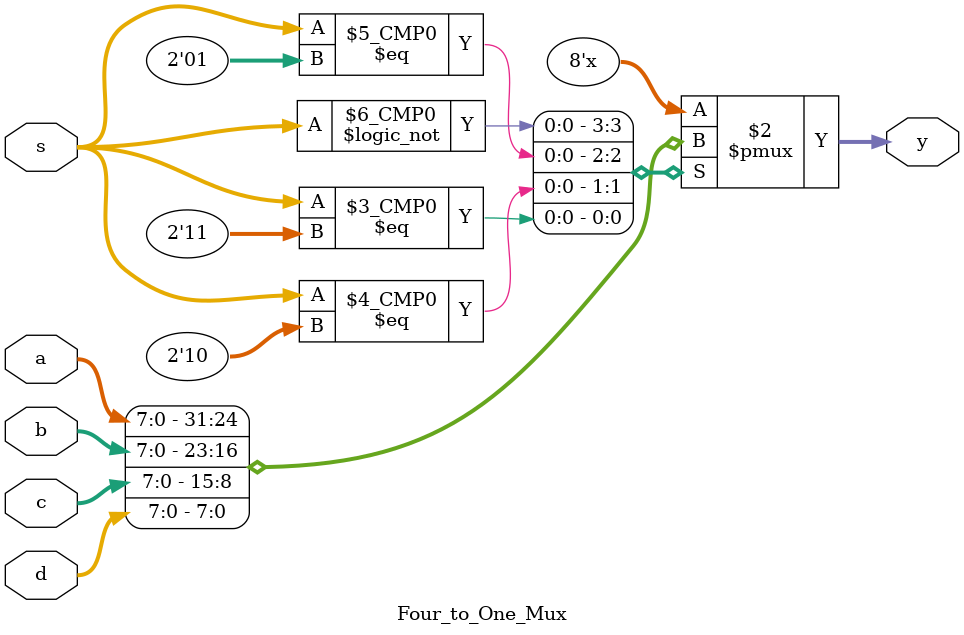
<source format=sv>


`timescale 1ns / 1ps

module Four_to_One_Mux(
    input wire [7:0] a, b, c, d,
    input wire [1:0] s,
    output reg [7:0] y
);

    always @* begin
        case(s)
            2'b00: y <= a;
            2'b01: y <= b;
            2'b10: y <= c;
            2'b11: y <= d;
        endcase
    end

endmodule
</source>
